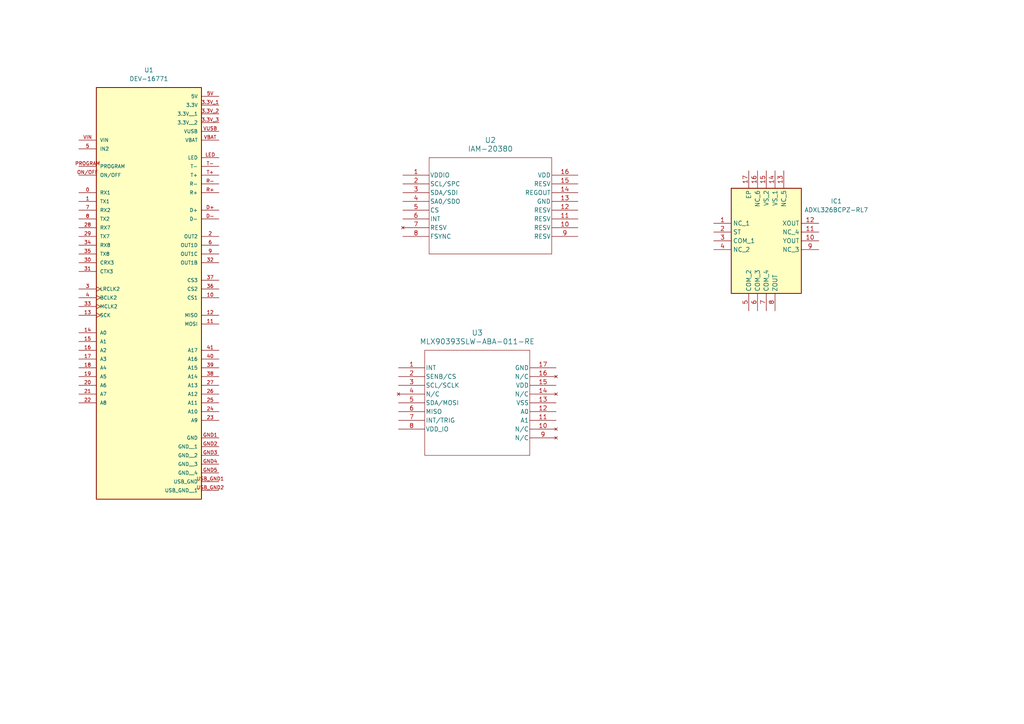
<source format=kicad_sch>
(kicad_sch (version 20250114) (generator "eeschema") (generator_version "9.0")
  (paper "A4")
  (lib_symbols
    (symbol "ADXL326BCPZ-RL7:ADXL326BCPZ-RL7"
      (property "Reference" "IC" (at 26.67 15.24 0))
      (property "Value" "ADXL326BCPZ-RL7" (at 26.67 12.7 0))
      (symbol "ADXL326BCPZ-RL7_1_1"
        (rectangle (start 5.08 10.16) (end 25.4 -20.32) (stroke (width 0.254)) (fill (type background)))
        (pin passive line (at 0 0 0) (length 5.08) (name "NC_1") (number "1"))
        (pin passive line (at 0 -2.54 0) (length 5.08) (name "ST") (number "2"))
        (pin passive line (at 0 -5.08 0) (length 5.08) (name "COM_1") (number "3"))
        (pin passive line (at 0 -7.62 0) (length 5.08) (name "NC_2") (number "4"))
        (pin passive line (at 10.16 15.24 270) (length 5.08) (name "EP") (number "17"))
        (pin passive line (at 10.16 -25.4 90) (length 5.08) (name "COM_2") (number "5"))
        (pin passive line (at 12.7 15.24 270) (length 5.08) (name "NC_6") (number "16"))
        (pin passive line (at 12.7 -25.4 90) (length 5.08) (name "COM_3") (number "6"))
        (pin passive line (at 15.24 15.24 270) (length 5.08) (name "VS_2") (number "15"))
        (pin passive line (at 15.24 -25.4 90) (length 5.08) (name "COM_4") (number "7"))
        (pin passive line (at 17.78 15.24 270) (length 5.08) (name "VS_1") (number "14"))
        (pin passive line (at 17.78 -25.4 90) (length 5.08) (name "ZOUT") (number "8"))
        (pin passive line (at 20.32 15.24 270) (length 5.08) (name "NC_5") (number "13"))
        (pin passive line (at 30.48 0 180) (length 5.08) (name "XOUT") (number "12"))
        (pin passive line (at 30.48 -2.54 180) (length 5.08) (name "NC_4") (number "11"))
        (pin passive line (at 30.48 -5.08 180) (length 5.08) (name "YOUT") (number "10"))
        (pin passive line (at 30.48 -7.62 180) (length 5.08) (name "NC_3") (number "9"))
      )
    )
    (symbol "DEV-16771:DEV-16771" (pin_names (offset 1.016))
      (property "Reference" "U" (at -15.24 52.07 0))
      (property "Value" "DEV-16771" (at -15.24 -71.12 0))
      (symbol "DEV-16771_0_0"
        (rectangle (start -15.24 -68.58) (end 15.24 50.8) (stroke (width 0.254)) (fill (type background)))
        (pin input line (at -20.32 35.56 0) (length 5.08) (name "VIN") (number "VIN"))
        (pin bidirectional line (at -20.32 33.02 0) (length 5.08) (name "IN2") (number "5"))
        (pin bidirectional line (at -20.32 27.94 0) (length 5.08) (name "PROGRAM") (number "PROGRAM"))
        (pin bidirectional line (at -20.32 25.4 0) (length 5.08) (name "ON/OFF") (number "ON/OFF"))
        (pin bidirectional line (at -20.32 20.32 0) (length 5.08) (name "RX1") (number "0"))
        (pin bidirectional line (at -20.32 17.78 0) (length 5.08) (name "TX1") (number "1"))
        (pin bidirectional line (at -20.32 15.24 0) (length 5.08) (name "RX2") (number "7"))
        (pin bidirectional line (at -20.32 12.7 0) (length 5.08) (name "TX2") (number "8"))
        (pin bidirectional line (at -20.32 10.16 0) (length 5.08) (name "RX7") (number "28"))
        (pin bidirectional line (at -20.32 7.62 0) (length 5.08) (name "TX7") (number "29"))
        (pin bidirectional line (at -20.32 5.08 0) (length 5.08) (name "RX8") (number "34"))
        (pin bidirectional line (at -20.32 2.54 0) (length 5.08) (name "TX8") (number "35"))
        (pin bidirectional line (at -20.32 0 0) (length 5.08) (name "CRX3") (number "30"))
        (pin bidirectional line (at -20.32 -2.54 0) (length 5.08) (name "CTX3") (number "31"))
        (pin bidirectional clock (at -20.32 -7.62 0) (length 5.08) (name "LRCLK2") (number "3"))
        (pin bidirectional clock (at -20.32 -10.16 0) (length 5.08) (name "BCLK2") (number "4"))
        (pin bidirectional clock (at -20.32 -12.7 0) (length 5.08) (name "MCLK2") (number "33"))
        (pin bidirectional clock (at -20.32 -15.24 0) (length 5.08) (name "SCK") (number "13"))
        (pin bidirectional line (at -20.32 -20.32 0) (length 5.08) (name "A0") (number "14"))
        (pin bidirectional line (at -20.32 -22.86 0) (length 5.08) (name "A1") (number "15"))
        (pin bidirectional line (at -20.32 -25.4 0) (length 5.08) (name "A2") (number "16"))
        (pin bidirectional line (at -20.32 -27.94 0) (length 5.08) (name "A3") (number "17"))
        (pin bidirectional line (at -20.32 -30.48 0) (length 5.08) (name "A4") (number "18"))
        (pin bidirectional line (at -20.32 -33.02 0) (length 5.08) (name "A5") (number "19"))
        (pin bidirectional line (at -20.32 -35.56 0) (length 5.08) (name "A6") (number "20"))
        (pin bidirectional line (at -20.32 -38.1 0) (length 5.08) (name "A7") (number "21"))
        (pin bidirectional line (at -20.32 -40.64 0) (length 5.08) (name "A8") (number "22"))
        (pin power_in line (at 20.32 48.26 180) (length 5.08) (name "5V") (number "5V"))
        (pin power_in line (at 20.32 45.72 180) (length 5.08) (name "3.3V") (number "3.3V_1"))
        (pin power_in line (at 20.32 43.18 180) (length 5.08) (name "3.3V__1") (number "3.3V_2"))
        (pin power_in line (at 20.32 40.64 180) (length 5.08) (name "3.3V__2") (number "3.3V_3"))
        (pin passive line (at 20.32 38.1 180) (length 5.08) (name "VUSB") (number "VUSB"))
        (pin passive line (at 20.32 35.56 180) (length 5.08) (name "VBAT") (number "VBAT"))
        (pin bidirectional line (at 20.32 30.48 180) (length 5.08) (name "LED") (number "LED"))
        (pin bidirectional line (at 20.32 27.94 180) (length 5.08) (name "T-") (number "T-"))
        (pin bidirectional line (at 20.32 25.4 180) (length 5.08) (name "T+") (number "T+"))
        (pin bidirectional line (at 20.32 22.86 180) (length 5.08) (name "R-") (number "R-"))
        (pin bidirectional line (at 20.32 20.32 180) (length 5.08) (name "R+") (number "R+"))
        (pin bidirectional line (at 20.32 15.24 180) (length 5.08) (name "D+") (number "D+"))
        (pin bidirectional line (at 20.32 12.7 180) (length 5.08) (name "D-") (number "D-"))
        (pin output line (at 20.32 7.62 180) (length 5.08) (name "OUT2") (number "2"))
        (pin output line (at 20.32 5.08 180) (length 5.08) (name "OUT1D") (number "6"))
        (pin output line (at 20.32 2.54 180) (length 5.08) (name "OUT1C") (number "9"))
        (pin output line (at 20.32 0 180) (length 5.08) (name "OUT1B") (number "32"))
        (pin bidirectional line (at 20.32 -5.08 180) (length 5.08) (name "CS3") (number "37"))
        (pin bidirectional line (at 20.32 -7.62 180) (length 5.08) (name "CS2") (number "36"))
        (pin bidirectional line (at 20.32 -10.16 180) (length 5.08) (name "CS1") (number "10"))
        (pin bidirectional line (at 20.32 -15.24 180) (length 5.08) (name "MISO") (number "12"))
        (pin bidirectional line (at 20.32 -17.78 180) (length 5.08) (name "MOSI") (number "11"))
        (pin bidirectional line (at 20.32 -25.4 180) (length 5.08) (name "A17") (number "41"))
        (pin bidirectional line (at 20.32 -27.94 180) (length 5.08) (name "A16") (number "40"))
        (pin bidirectional line (at 20.32 -30.48 180) (length 5.08) (name "A15") (number "39"))
        (pin bidirectional line (at 20.32 -33.02 180) (length 5.08) (name "A14") (number "38"))
        (pin bidirectional line (at 20.32 -35.56 180) (length 5.08) (name "A13") (number "27"))
        (pin bidirectional line (at 20.32 -38.1 180) (length 5.08) (name "A12") (number "26"))
        (pin bidirectional line (at 20.32 -40.64 180) (length 5.08) (name "A11") (number "25"))
        (pin bidirectional line (at 20.32 -43.18 180) (length 5.08) (name "A10") (number "24"))
        (pin bidirectional line (at 20.32 -45.72 180) (length 5.08) (name "A9") (number "23"))
        (pin power_in line (at 20.32 -50.8 180) (length 5.08) (name "GND") (number "GND1"))
        (pin power_in line (at 20.32 -53.34 180) (length 5.08) (name "GND__1") (number "GND2"))
        (pin power_in line (at 20.32 -55.88 180) (length 5.08) (name "GND__2") (number "GND3"))
        (pin power_in line (at 20.32 -58.42 180) (length 5.08) (name "GND__3") (number "GND4"))
        (pin power_in line (at 20.32 -60.96 180) (length 5.08) (name "GND__4") (number "GND5"))
        (pin power_in line (at 20.32 -63.5 180) (length 5.08) (name "USB_GND") (number "USB_GND1"))
        (pin power_in line (at 20.32 -66.04 180) (length 5.08) (name "USB_GND__1") (number "USB_GND2"))
      )
    )
    (symbol "IAM-20380:IAM-20380" (pin_names (offset 0.254))
      (property "Reference" "U" (at 25.4 10.16 0))
      (property "Value" "IAM-20380" (at 25.4 7.62 0))
      (symbol "IAM-20380_0_1"
        (polyline (pts (xy 7.62 5.08) (xy 7.62 -22.86)) (stroke (width 0.127)))
        (polyline (pts (xy 7.62 -22.86) (xy 43.18 -22.86)) (stroke (width 0.127)))
        (polyline (pts (xy 43.18 5.08) (xy 7.62 5.08)) (stroke (width 0.127)))
        (polyline (pts (xy 43.18 -22.86) (xy 43.18 5.08)) (stroke (width 0.127)))
        (pin power_in line (at 0 0 0) (length 7.62) (name "VDDIO") (number "1"))
        (pin bidirectional line (at 0 -2.54 0) (length 7.62) (name "SCL/SPC") (number "2"))
        (pin input line (at 0 -5.08 0) (length 7.62) (name "SDA/SDI") (number "3"))
        (pin output line (at 0 -7.62 0) (length 7.62) (name "SA0/SDO") (number "4"))
        (pin bidirectional line (at 0 -10.16 0) (length 7.62) (name "CS") (number "5"))
        (pin output line (at 0 -12.7 0) (length 7.62) (name "INT") (number "6"))
        (pin no_connect line (at 0 -15.24 0) (length 7.62) (name "RESV") (number "7"))
        (pin input line (at 0 -17.78 0) (length 7.62) (name "FSYNC") (number "8"))
        (pin power_in line (at 50.8 0 180) (length 7.62) (name "VDD") (number "16"))
        (pin power_out line (at 50.8 -2.54 180) (length 7.62) (name "RESV") (number "15"))
        (pin output line (at 50.8 -5.08 180) (length 7.62) (name "REGOUT") (number "14"))
        (pin power_out line (at 50.8 -7.62 180) (length 7.62) (name "GND") (number "13"))
        (pin power_out line (at 50.8 -10.16 180) (length 7.62) (name "RESV") (number "12"))
        (pin power_out line (at 50.8 -12.7 180) (length 7.62) (name "RESV") (number "11"))
        (pin power_out line (at 50.8 -15.24 180) (length 7.62) (name "RESV") (number "10"))
        (pin power_out line (at 50.8 -17.78 180) (length 7.62) (name "RESV") (number "9"))
      )
    )
    (symbol "QFN-16_MLX90393_MEL:MLX90393SLW-ABA-011-RE" (pin_names (offset 0.254))
      (property "Reference" "U" (at 22.86 10.16 0))
      (property "Value" "MLX90393SLW-ABA-011-RE" (at 22.86 7.62 0))
      (symbol "MLX90393SLW-ABA-011-RE_0_1"
        (polyline (pts (xy 7.62 5.08) (xy 7.62 -25.4)) (stroke (width 0.127)))
        (polyline (pts (xy 7.62 -25.4) (xy 38.1 -25.4)) (stroke (width 0.127)))
        (polyline (pts (xy 38.1 5.08) (xy 7.62 5.08)) (stroke (width 0.127)))
        (polyline (pts (xy 38.1 -25.4) (xy 38.1 5.08)) (stroke (width 0.127)))
        (pin output line (at 0 0 0) (length 7.62) (name "INT") (number "1"))
        (pin input line (at 0 -2.54 0) (length 7.62) (name "SENB/CS") (number "2"))
        (pin input line (at 0 -5.08 0) (length 7.62) (name "SCL/SCLK") (number "3"))
        (pin no_connect line (at 0 -7.62 0) (length 7.62) (name "N/C") (number "4"))
        (pin bidirectional line (at 0 -10.16 0) (length 7.62) (name "SDA/MOSI") (number "5"))
        (pin output line (at 0 -12.7 0) (length 7.62) (name "MISO") (number "6"))
        (pin bidirectional line (at 0 -15.24 0) (length 7.62) (name "INT/TRIG") (number "7"))
        (pin power_in line (at 0 -17.78 0) (length 7.62) (name "VDD_IO") (number "8"))
        (pin power_out line (at 45.72 0 180) (length 7.62) (name "GND") (number "17"))
        (pin no_connect line (at 45.72 -2.54 180) (length 7.62) (name "N/C") (number "16"))
        (pin power_in line (at 45.72 -5.08 180) (length 7.62) (name "VDD") (number "15"))
        (pin no_connect line (at 45.72 -7.62 180) (length 7.62) (name "N/C") (number "14"))
        (pin power_out line (at 45.72 -10.16 180) (length 7.62) (name "VSS") (number "13"))
        (pin input line (at 45.72 -12.7 180) (length 7.62) (name "A0") (number "12"))
        (pin input line (at 45.72 -15.24 180) (length 7.62) (name "A1") (number "11"))
        (pin no_connect line (at 45.72 -17.78 180) (length 7.62) (name "N/C") (number "10"))
        (pin no_connect line (at 45.72 -20.32 180) (length 7.62) (name "N/C") (number "9"))
      )
    )
  )
  (symbol (lib_id "IAM-20380:IAM-20380") (at 116.84 50.8 0) (unit 1)
    (property "Reference" "U2" (at 142.24 40.64 0) (effects (font (size 1.524 1.524))))
    (property "Value" "IAM-20380" (at 142.24 43.18 0) (effects (font (size 1.524 1.524))))
    (property "Footprint" "IAM-20380_IVS:IAM-20380_IVS" (effects (hide yes)))
    (property "Datasheet" "IAM-20380" (effects (hide yes)))
  )
  (symbol (lib_id "DEV-16771:DEV-16771") (at 43.18 76.2 0) (unit 1)
    (property "Reference" "U1" (at 43.18 20.32 0))
    (property "Value" "DEV-16771" (at 43.18 22.86 0))
    (property "Footprint" "DEV-16771:DEV-16771" (effects (hide yes)))
    (property "PARTREV" "4.1" (effects (hide yes)))
    (property "MANUFACTURER" "SparkFun Electronics" (effects (hide yes)))
    (property "MAXIMUM_PACKAGE_HEIGHT" "4.07mm" (effects (hide yes)))
    (property "STANDARD" "Manufacturer recommendations" (effects (hide yes)))
  )
  (symbol (lib_id "QFN-16_MLX90393_MEL:MLX90393SLW-ABA-011-RE") (at 115.57 106.68 0) (unit 1)
    (property "Reference" "U3" (at 138.43 96.52 0) (effects (font (size 1.524 1.524))))
    (property "Value" "MLX90393SLW-ABA-011-RE" (at 138.43 99.06 0) (effects (font (size 1.524 1.524))))
    (property "Footprint" "QFN-16_MLX90393_MEL:QFN-16_MLX90393_MEL" (effects (hide yes)))
    (property "Datasheet" "MLX90393SLW-ABA-011-RE" (effects (hide yes)))
  )
  (symbol (lib_id "ADXL326BCPZ-RL7:ADXL326BCPZ-RL7") (at 207.01 64.77 0) (unit 1)
    (property "Reference" "IC1" (at 242.57 58.3498 0))
    (property "Value" "ADXL326BCPZ-RL7" (at 242.57 60.8898 0))
    (property "Footprint" "ADXL326BCPZRL7" (effects (hide yes)))
    (property "Datasheet" "https://www.analog.com/media/en/technical-documentation/data-sheets/ADXL326.pdf" (effects (hide yes)))
    (property "Description" "Accelerometers Small 3-Axis +/-16 g Low Power" (effects (hide yes)))
    (property "Height" "1.5" (effects (hide yes)))
    (property "Mouser Part Number" "584-ADXL326BCPZ-R7" (effects (hide yes)))
    (property "Mouser Price/Stock" "https://www.mouser.co.uk/ProductDetail/Analog-Devices/ADXL326BCPZ-RL7?qs=WIvQP4zGanhGLfyCrKqf%252Bw%3D%3D" (effects (hide yes)))
    (property "Manufacturer_Name" "Analog Devices" (effects (hide yes)))
    (property "Manufacturer_Part_Number" "ADXL326BCPZ-RL7" (effects (hide yes)))
  )
)
</source>
